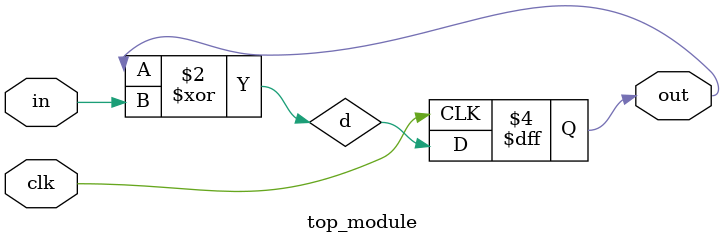
<source format=sv>
module top_module (
    input logic clk,
    input logic in, 
    output logic out);
    
    var logic d ;
    
    always_comb begin
        d = out^in ;
    end
    
    always_ff@(posedge clk) begin
        out <= d ;
    end

endmodule

</source>
